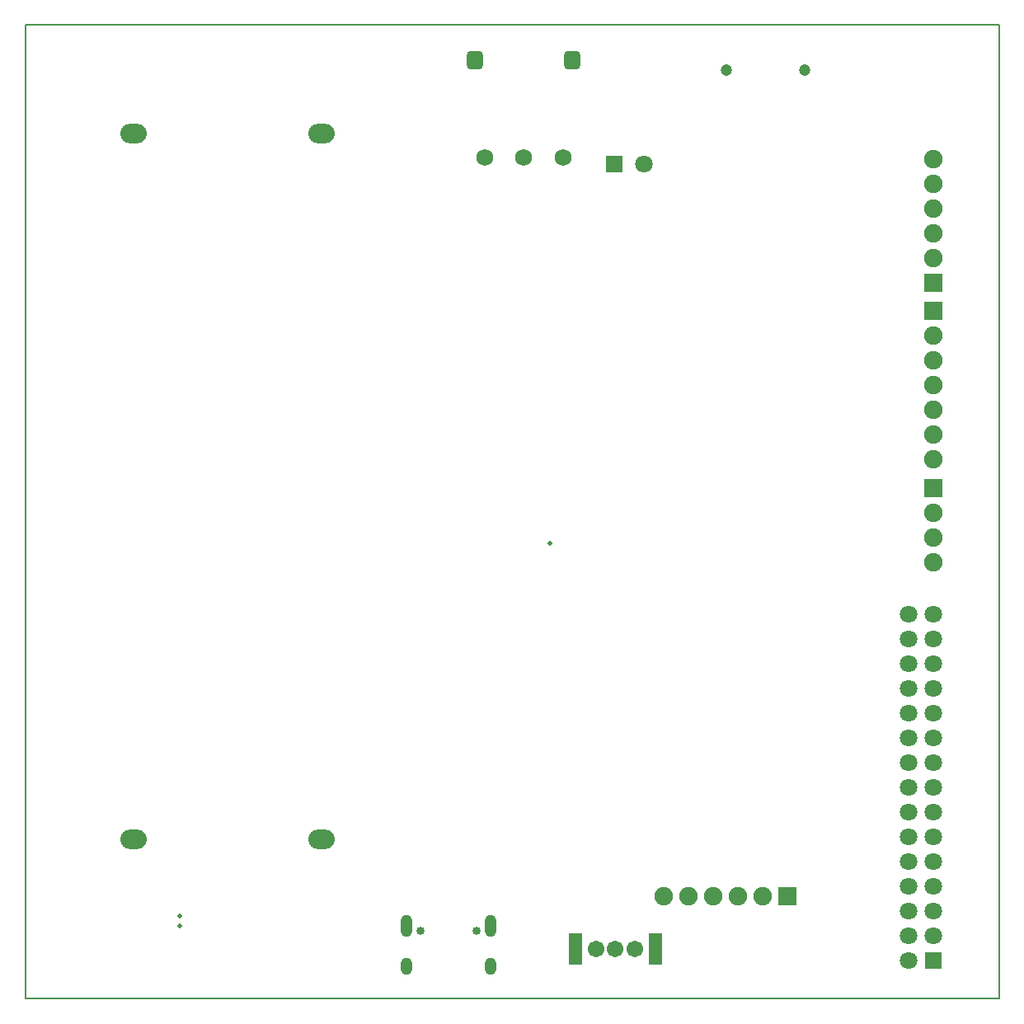
<source format=gbs>
G04*
G04 #@! TF.GenerationSoftware,Altium Limited,Altium Designer,20.2.6 (244)*
G04*
G04 Layer_Color=16711935*
%FSLAX25Y25*%
%MOIN*%
G70*
G04*
G04 #@! TF.SameCoordinates,691D88A1-B60F-4D24-9C51-7A430DCC900A*
G04*
G04*
G04 #@! TF.FilePolarity,Negative*
G04*
G01*
G75*
%ADD13C,0.00787*%
%ADD48C,0.04737*%
%ADD79C,0.07493*%
%ADD80R,0.07493X0.07493*%
%ADD81O,0.10642X0.07887*%
%ADD82C,0.03359*%
%ADD83O,0.04737X0.07099*%
%ADD84O,0.04737X0.09068*%
%ADD85C,0.06800*%
G04:AMPARAMS|DCode=86|XSize=68mil|YSize=74.93mil|CornerRadius=19mil|HoleSize=0mil|Usage=FLASHONLY|Rotation=0.000|XOffset=0mil|YOffset=0mil|HoleType=Round|Shape=RoundedRectangle|*
%AMROUNDEDRECTD86*
21,1,0.06800,0.03693,0,0,0.0*
21,1,0.03000,0.07493,0,0,0.0*
1,1,0.03800,0.01500,-0.01846*
1,1,0.03800,-0.01500,-0.01846*
1,1,0.03800,-0.01500,0.01846*
1,1,0.03800,0.01500,0.01846*
%
%ADD86ROUNDEDRECTD86*%
%ADD87R,0.07493X0.07493*%
%ADD88C,0.06706*%
%ADD89R,0.05524X0.12611*%
%ADD90R,0.07099X0.07099*%
%ADD91C,0.07099*%
%ADD92R,0.07099X0.07099*%
%ADD93C,0.01968*%
D13*
Y393701D01*
X393701D01*
Y0D02*
Y393701D01*
X0Y0D02*
X393701D01*
D48*
X283500Y375500D02*
D03*
X314996D02*
D03*
D79*
X258000Y41500D02*
D03*
X268000D02*
D03*
X278000D02*
D03*
X288000D02*
D03*
X298000D02*
D03*
X367000Y339500D02*
D03*
Y329500D02*
D03*
Y319500D02*
D03*
Y309500D02*
D03*
Y299500D02*
D03*
X367106Y196500D02*
D03*
Y186500D02*
D03*
Y176500D02*
D03*
X367000Y218000D02*
D03*
Y268000D02*
D03*
Y258000D02*
D03*
Y248000D02*
D03*
Y238000D02*
D03*
Y228000D02*
D03*
D80*
X308000Y41500D02*
D03*
D81*
X43661Y349764D02*
D03*
X119646D02*
D03*
Y64331D02*
D03*
X43661D02*
D03*
D82*
X182378Y27311D02*
D03*
X159622D02*
D03*
D83*
X188008Y12941D02*
D03*
X153992D02*
D03*
D84*
X188008Y29398D02*
D03*
X153992D02*
D03*
D85*
X185752Y339972D02*
D03*
X201500D02*
D03*
X217248D02*
D03*
D86*
X181815Y379343D02*
D03*
X221185D02*
D03*
D87*
X367000Y289500D02*
D03*
X367106Y206500D02*
D03*
X367000Y278000D02*
D03*
D88*
X230626Y20197D02*
D03*
X238500Y20197D02*
D03*
X246374Y20197D02*
D03*
D89*
X222359D02*
D03*
X254642D02*
D03*
D90*
X238189Y337500D02*
D03*
D91*
X250000D02*
D03*
X357000Y15500D02*
D03*
X367000Y25500D02*
D03*
X357000D02*
D03*
X367000Y35500D02*
D03*
X357000D02*
D03*
X367000Y45500D02*
D03*
X357000D02*
D03*
X367000Y55500D02*
D03*
X357000D02*
D03*
X367000Y65500D02*
D03*
X357000D02*
D03*
X367000Y75500D02*
D03*
X357000D02*
D03*
X367000Y85500D02*
D03*
X357000D02*
D03*
X367000Y95500D02*
D03*
X357000D02*
D03*
X367000Y105500D02*
D03*
X357000D02*
D03*
X367000Y115500D02*
D03*
X357000D02*
D03*
X367000Y125500D02*
D03*
X357000D02*
D03*
X367000Y135500D02*
D03*
X357000D02*
D03*
X367000Y145500D02*
D03*
X357000D02*
D03*
X367000Y155500D02*
D03*
X357000D02*
D03*
D92*
X367000Y15500D02*
D03*
D93*
X212000Y184000D02*
D03*
X62500Y29500D02*
D03*
Y33500D02*
D03*
M02*

</source>
